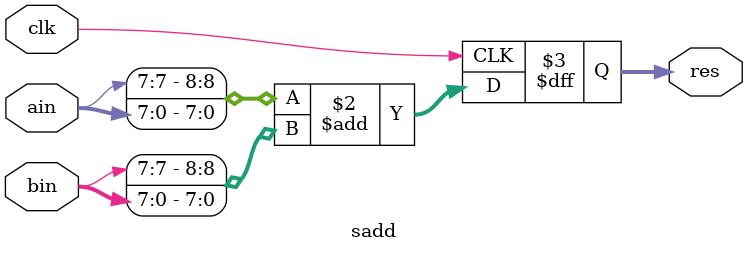
<source format=v>
module sadd(clk, ain, bin, res);

parameter IN_WIDTH = 8;
parameter PIPE_DEPTH=1;

input clk;
input [IN_WIDTH-1:0] ain;
input [IN_WIDTH-1:0] bin;

output [IN_WIDTH:0] res;

wire clk;
wire [IN_WIDTH-1:0] ain;
wire [IN_WIDTH-1:0] bin;

reg [IN_WIDTH:0] res;

always @(posedge clk)
  res <= {ain[IN_WIDTH-1], ain} + {bin[IN_WIDTH-1], bin};

endmodule

</source>
